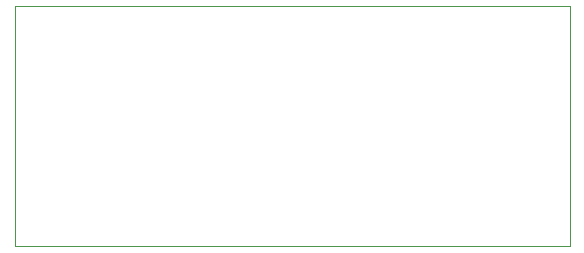
<source format=gm1>
%TF.GenerationSoftware,KiCad,Pcbnew,(7.0.0)*%
%TF.CreationDate,2023-03-18T20:28:04-04:00*%
%TF.ProjectId,nabu-interface,6e616275-2d69-46e7-9465-72666163652e,rev?*%
%TF.SameCoordinates,Original*%
%TF.FileFunction,Profile,NP*%
%FSLAX46Y46*%
G04 Gerber Fmt 4.6, Leading zero omitted, Abs format (unit mm)*
G04 Created by KiCad (PCBNEW (7.0.0)) date 2023-03-18 20:28:04*
%MOMM*%
%LPD*%
G01*
G04 APERTURE LIST*
%TA.AperFunction,Profile*%
%ADD10C,0.100000*%
%TD*%
G04 APERTURE END LIST*
D10*
X118110000Y-111760000D02*
X118110000Y-91440000D01*
X71120000Y-111760000D02*
X118110000Y-111760000D01*
X71120000Y-91440000D02*
X71120000Y-111760000D01*
X118110000Y-91440000D02*
X71120000Y-91440000D01*
M02*

</source>
